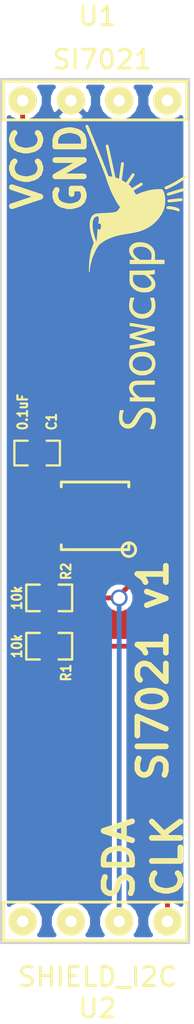
<source format=kicad_pcb>
(kicad_pcb (version 3) (host pcbnew "(22-Jun-2014 BZR 4027)-stable")

  (general
    (links 10)
    (no_connects 0)
    (area 130.803143 56.956 145.635713 110.811)
    (thickness 1.6)
    (drawings 10)
    (tracks 35)
    (zones 0)
    (modules 6)
    (nets 5)
  )

  (page A3)
  (layers
    (15 F.Cu signal)
    (0 B.Cu signal)
    (16 B.Adhes user)
    (17 F.Adhes user)
    (18 B.Paste user)
    (19 F.Paste user)
    (20 B.SilkS user)
    (21 F.SilkS user)
    (22 B.Mask user)
    (23 F.Mask user)
    (24 Dwgs.User user)
    (25 Cmts.User user)
    (26 Eco1.User user)
    (27 Eco2.User user)
    (28 Edge.Cuts user)
  )

  (setup
    (last_trace_width 0.254)
    (user_trace_width 0.2032)
    (trace_clearance 0.254)
    (zone_clearance 0.254)
    (zone_45_only no)
    (trace_min 0.2032)
    (segment_width 0.2)
    (edge_width 0.1)
    (via_size 0.889)
    (via_drill 0.635)
    (via_min_size 0.889)
    (via_min_drill 0.508)
    (uvia_size 0.508)
    (uvia_drill 0.127)
    (uvias_allowed no)
    (uvia_min_size 0.508)
    (uvia_min_drill 0.127)
    (pcb_text_width 0.3)
    (pcb_text_size 1.5 1.5)
    (mod_edge_width 0.15)
    (mod_text_size 1 1)
    (mod_text_width 0.15)
    (pad_size 1.6 2.5)
    (pad_drill 0)
    (pad_to_mask_clearance 0)
    (aux_axis_origin 0 0)
    (visible_elements FFFFFFBF)
    (pcbplotparams
      (layerselection 284196865)
      (usegerberextensions true)
      (excludeedgelayer true)
      (linewidth 0.150000)
      (plotframeref false)
      (viasonmask false)
      (mode 1)
      (useauxorigin false)
      (hpglpennumber 1)
      (hpglpenspeed 20)
      (hpglpendiameter 15)
      (hpglpenoverlay 2)
      (psnegative false)
      (psa4output false)
      (plotreference true)
      (plotvalue true)
      (plotothertext false)
      (plotinvisibletext false)
      (padsonsilk false)
      (subtractmaskfromsilk false)
      (outputformat 1)
      (mirror false)
      (drillshape 0)
      (scaleselection 1)
      (outputdirectory gerbers/))
  )

  (net 0 "")
  (net 1 GND)
  (net 2 N-000007)
  (net 3 N-000008)
  (net 4 VCC)

  (net_class Default "This is the default net class."
    (clearance 0.254)
    (trace_width 0.254)
    (via_dia 0.889)
    (via_drill 0.635)
    (uvia_dia 0.508)
    (uvia_drill 0.127)
    (add_net "")
    (add_net GND)
    (add_net N-000007)
    (add_net N-000008)
    (add_net VCC)
  )

  (module SM0603_Resistor (layer F.Cu) (tedit 562CD349) (tstamp 56238F22)
    (at 134.239 90.932)
    (path /56238BCC)
    (attr smd)
    (fp_text reference R1 (at 0.889 1.397 90) (layer F.SilkS)
      (effects (font (size 0.50038 0.4572) (thickness 0.1143)))
    )
    (fp_text value 10k (at -1.69926 0 90) (layer F.SilkS)
      (effects (font (size 0.508 0.4572) (thickness 0.1143)))
    )
    (fp_line (start -0.50038 -0.6985) (end -1.2065 -0.6985) (layer F.SilkS) (width 0.127))
    (fp_line (start -1.2065 -0.6985) (end -1.2065 0.6985) (layer F.SilkS) (width 0.127))
    (fp_line (start -1.2065 0.6985) (end -0.50038 0.6985) (layer F.SilkS) (width 0.127))
    (fp_line (start 1.2065 -0.6985) (end 0.50038 -0.6985) (layer F.SilkS) (width 0.127))
    (fp_line (start 1.2065 -0.6985) (end 1.2065 0.6985) (layer F.SilkS) (width 0.127))
    (fp_line (start 1.2065 0.6985) (end 0.50038 0.6985) (layer F.SilkS) (width 0.127))
    (pad 1 smd rect (at -0.762 0) (size 0.635 1.143)
      (layers F.Cu F.Paste F.Mask)
      (net 4 VCC)
    )
    (pad 2 smd rect (at 0.762 0) (size 0.635 1.143)
      (layers F.Cu F.Paste F.Mask)
      (net 2 N-000007)
    )
    (model smd\resistors\R0603.wrl
      (at (xyz 0 0 0.001))
      (scale (xyz 0.5 0.5 0.5))
      (rotate (xyz 0 0 0))
    )
  )

  (module SHIELD_I2C (layer F.Cu) (tedit 562CD40D) (tstamp 56238F5E)
    (at 136.652 83.82)
    (path /5623890D)
    (fp_text reference U1 (at 0.127 -26.035) (layer F.SilkS)
      (effects (font (size 1 1) (thickness 0.15)))
    )
    (fp_text value SHIELD_I2C (at 0.127 24.511) (layer F.SilkS)
      (effects (font (size 1 1) (thickness 0.15)))
    )
    (fp_line (start -4.826 20.574) (end 4.826 20.574) (layer F.SilkS) (width 0.15))
    (fp_line (start 4.826 20.574) (end 4.826 22.606) (layer F.SilkS) (width 0.15))
    (fp_line (start 4.826 22.606) (end -4.826 22.606) (layer F.SilkS) (width 0.15))
    (fp_line (start -4.826 22.606) (end -4.826 20.574) (layer F.SilkS) (width 0.15))
    (fp_line (start -4.826 -22.606) (end 4.826 -22.606) (layer F.SilkS) (width 0.15))
    (fp_line (start 4.826 -22.606) (end 4.826 -20.574) (layer F.SilkS) (width 0.15))
    (fp_line (start 4.826 -20.574) (end -4.826 -20.574) (layer F.SilkS) (width 0.15))
    (fp_line (start -4.826 -20.574) (end -4.826 -22.606) (layer F.SilkS) (width 0.15))
    (pad 1 thru_hole circle (at -3.81 -21.59) (size 1.5 1.5) (drill 0.6)
      (layers *.Cu *.Mask F.SilkS)
      (net 4 VCC)
    )
    (pad 2 thru_hole circle (at -1.27 -21.59) (size 1.5 1.5) (drill 0.6)
      (layers *.Cu *.Mask F.SilkS)
      (net 1 GND)
    )
    (pad 3 thru_hole circle (at 1.27 -21.59) (size 1.5 1.5) (drill 0.6)
      (layers *.Cu *.Mask F.SilkS)
    )
    (pad 4 thru_hole circle (at 3.81 -21.59) (size 1.5 1.5) (drill 0.6)
      (layers *.Cu *.Mask F.SilkS)
    )
    (pad 5 thru_hole circle (at -3.81 21.59) (size 1.5 1.5) (drill 0.6)
      (layers *.Cu *.Mask F.SilkS)
    )
    (pad 6 thru_hole circle (at -1.27 21.59) (size 1.5 1.5) (drill 0.6)
      (layers *.Cu *.Mask F.SilkS)
    )
    (pad 7 thru_hole circle (at 1.27 21.59) (size 1.5 1.5) (drill 0.6)
      (layers *.Cu *.Mask F.SilkS)
      (net 3 N-000008)
    )
    (pad 8 thru_hole circle (at 3.81 21.59) (size 1.5 1.5) (drill 0.6)
      (layers *.Cu *.Mask F.SilkS)
      (net 2 N-000007)
    )
  )

  (module SI7021 (layer F.Cu) (tedit 562CD40B) (tstamp 56238F4A)
    (at 136.652 84.074 180)
    (path /56238BBD)
    (clearance 0.1)
    (fp_text reference U2 (at -0.127 -25.908 180) (layer F.SilkS)
      (effects (font (size 1 1) (thickness 0.15)))
    )
    (fp_text value SI7021 (at -0.381 24.003 180) (layer F.SilkS)
      (effects (font (size 1 1) (thickness 0.15)))
    )
    (fp_circle (center -1.778 -1.778) (end -2.032 -2.032) (layer F.SilkS) (width 0.15))
    (fp_line (start -1.778 1.524) (end -1.778 1.778) (layer F.SilkS) (width 0.15))
    (fp_line (start -1.778 1.778) (end 1.778 1.778) (layer F.SilkS) (width 0.15))
    (fp_line (start 1.778 1.778) (end 1.778 1.524) (layer F.SilkS) (width 0.15))
    (fp_line (start -1.778 -1.524) (end -1.778 -1.778) (layer F.SilkS) (width 0.15))
    (fp_line (start -1.778 -1.778) (end 1.778 -1.778) (layer F.SilkS) (width 0.15))
    (fp_line (start 1.778 -1.778) (end 1.778 -1.524) (layer F.SilkS) (width 0.15))
    (pad 1 smd rect (at -1.95 -1 180) (size 1.85 0.45)
      (layers F.Cu F.Paste F.Mask)
      (net 3 N-000008)
    )
    (pad 2 smd rect (at -1.95 0 180) (size 1.85 0.45)
      (layers F.Cu F.Paste F.Mask)
      (net 1 GND)
    )
    (pad 3 smd rect (at -1.95 1 180) (size 1.85 0.45)
      (layers F.Cu F.Paste F.Mask)
    )
    (pad 4 smd rect (at 1.95 1 180) (size 1.85 0.45)
      (layers F.Cu F.Paste F.Mask)
    )
    (pad 5 smd rect (at 1.95 0 180) (size 1.85 0.45)
      (layers F.Cu F.Paste F.Mask)
      (net 4 VCC)
    )
    (pad 6 smd rect (at 1.95 -1 180) (size 1.85 0.45)
      (layers F.Cu F.Paste F.Mask)
      (net 2 N-000007)
    )
    (pad 7 smd rect (at 0 0 180) (size 1.6 2.5)
      (layers F.Cu F.Paste F.Mask)
    )
  )

  (module SM0603_Resistor (layer F.Cu) (tedit 562CD346) (tstamp 562CD306)
    (at 134.239 88.392)
    (path /56238BDB)
    (attr smd)
    (fp_text reference R2 (at 0.889 -1.397 90) (layer F.SilkS)
      (effects (font (size 0.50038 0.4572) (thickness 0.1143)))
    )
    (fp_text value 10k (at -1.69926 0 90) (layer F.SilkS)
      (effects (font (size 0.508 0.4572) (thickness 0.1143)))
    )
    (fp_line (start -0.50038 -0.6985) (end -1.2065 -0.6985) (layer F.SilkS) (width 0.127))
    (fp_line (start -1.2065 -0.6985) (end -1.2065 0.6985) (layer F.SilkS) (width 0.127))
    (fp_line (start -1.2065 0.6985) (end -0.50038 0.6985) (layer F.SilkS) (width 0.127))
    (fp_line (start 1.2065 -0.6985) (end 0.50038 -0.6985) (layer F.SilkS) (width 0.127))
    (fp_line (start 1.2065 -0.6985) (end 1.2065 0.6985) (layer F.SilkS) (width 0.127))
    (fp_line (start 1.2065 0.6985) (end 0.50038 0.6985) (layer F.SilkS) (width 0.127))
    (pad 1 smd rect (at -0.762 0) (size 0.635 1.143)
      (layers F.Cu F.Paste F.Mask)
      (net 4 VCC)
    )
    (pad 2 smd rect (at 0.762 0) (size 0.635 1.143)
      (layers F.Cu F.Paste F.Mask)
      (net 3 N-000008)
    )
    (model smd\resistors\R0603.wrl
      (at (xyz 0 0 0.001))
      (scale (xyz 0.5 0.5 0.5))
      (rotate (xyz 0 0 0))
    )
  )

  (module SM0603_Capa (layer F.Cu) (tedit 562CD4CC) (tstamp 562CD312)
    (at 133.604 80.772)
    (path /56238BF4)
    (attr smd)
    (fp_text reference C1 (at 0.762 -1.651 90) (layer F.SilkS)
      (effects (font (size 0.508 0.4572) (thickness 0.1143)))
    )
    (fp_text value 0.1uF (at -0.762 -2.159 90) (layer F.SilkS)
      (effects (font (size 0.508 0.4572) (thickness 0.1143)))
    )
    (fp_line (start 0.50038 0.65024) (end 1.19888 0.65024) (layer F.SilkS) (width 0.11938))
    (fp_line (start -0.50038 0.65024) (end -1.19888 0.65024) (layer F.SilkS) (width 0.11938))
    (fp_line (start 0.50038 -0.65024) (end 1.19888 -0.65024) (layer F.SilkS) (width 0.11938))
    (fp_line (start -1.19888 -0.65024) (end -0.50038 -0.65024) (layer F.SilkS) (width 0.11938))
    (fp_line (start 1.19888 -0.635) (end 1.19888 0.635) (layer F.SilkS) (width 0.11938))
    (fp_line (start -1.19888 0.635) (end -1.19888 -0.635) (layer F.SilkS) (width 0.11938))
    (pad 1 smd rect (at -0.762 0) (size 0.635 1.143)
      (layers F.Cu F.Paste F.Mask)
      (net 4 VCC)
    )
    (pad 2 smd rect (at 0.762 0) (size 0.635 1.143)
      (layers F.Cu F.Paste F.Mask)
      (net 1 GND)
    )
    (model smd\capacitors\C0603.wrl
      (at (xyz 0 0 0.001))
      (scale (xyz 0.5 0.5 0.5))
      (rotate (xyz 0 0 0))
    )
  )

  (module LOGO_SNOWCAP_FRONT (layer F.Cu) (tedit 5493CD74) (tstamp 562CD41C)
    (at 138.811 71.501 90)
    (fp_text reference "" (at 0 0 90) (layer F.SilkS) hide
      (effects (font (size 1.524 1.524) (thickness 0.3048)))
    )
    (fp_text value "" (at 0 0 90) (layer F.SilkS) hide
      (effects (font (size 1.524 1.524) (thickness 0.3048)))
    )
    (fp_poly (pts (xy 5.33908 2.60604) (xy 5.33146 2.62382) (xy 5.31876 2.63906) (xy 5.29844 2.66192)
      (xy 5.27304 2.66954) (xy 5.25272 2.667) (xy 5.23748 2.66446) (xy 5.22224 2.6543)
      (xy 5.207 2.63906) (xy 5.18668 2.6162) (xy 5.16128 2.58318) (xy 5.1308 2.54508)
      (xy 4.99872 2.35204) (xy 4.87426 2.14884) (xy 4.75742 1.93294) (xy 4.66344 1.73482)
      (xy 4.64058 1.68148) (xy 4.6228 1.64338) (xy 4.61264 1.6129) (xy 4.60756 1.59004)
      (xy 4.60502 1.57226) (xy 4.60502 1.55702) (xy 4.6101 1.54178) (xy 4.6101 1.54178)
      (xy 4.62534 1.52146) (xy 4.65074 1.50876) (xy 4.67614 1.50114) (xy 4.69392 1.50114)
      (xy 4.70916 1.50622) (xy 4.72186 1.51638) (xy 4.7371 1.53416) (xy 4.75234 1.55956)
      (xy 4.77012 1.59512) (xy 4.79298 1.64338) (xy 4.79806 1.66116) (xy 4.8641 1.80086)
      (xy 4.93776 1.9431) (xy 5.0165 2.08534) (xy 5.10032 2.2225) (xy 5.18414 2.35204)
      (xy 5.26542 2.46888) (xy 5.27558 2.48412) (xy 5.30606 2.52476) (xy 5.32638 2.55778)
      (xy 5.33654 2.58318) (xy 5.33908 2.60604) (xy 5.33908 2.60604)) (layer F.SilkS) (width 0.00254))
    (fp_poly (pts (xy 4.67614 2.53238) (xy 4.66852 2.56286) (xy 4.65074 2.58572) (xy 4.6228 2.59842)
      (xy 4.59486 2.6035) (xy 4.56438 2.59334) (xy 4.55676 2.5908) (xy 4.54406 2.57556)
      (xy 4.53136 2.5527) (xy 4.52882 2.54254) (xy 4.52374 2.52984) (xy 4.51358 2.5019)
      (xy 4.50088 2.46126) (xy 4.48564 2.413) (xy 4.4704 2.35712) (xy 4.45008 2.29362)
      (xy 4.42976 2.22504) (xy 4.4069 2.15646) (xy 4.38658 2.08534) (xy 4.36372 2.01422)
      (xy 4.3434 1.94818) (xy 4.32562 1.88468) (xy 4.30784 1.8288) (xy 4.29514 1.78054)
      (xy 4.28244 1.74244) (xy 4.27482 1.7145) (xy 4.27228 1.7018) (xy 4.26974 1.67894)
      (xy 4.27482 1.6637) (xy 4.29768 1.63576) (xy 4.32562 1.62052) (xy 4.35356 1.61798)
      (xy 4.3815 1.6256) (xy 4.40436 1.64846) (xy 4.41452 1.6637) (xy 4.42214 1.68148)
      (xy 4.4323 1.71196) (xy 4.445 1.7526) (xy 4.46024 1.8034) (xy 4.47802 1.86436)
      (xy 4.49834 1.92786) (xy 4.5212 1.99644) (xy 4.54152 2.06756) (xy 4.56438 2.13868)
      (xy 4.5847 2.2098) (xy 4.60502 2.27838) (xy 4.6228 2.34188) (xy 4.64058 2.4003)
      (xy 4.65328 2.44856) (xy 4.66344 2.4892) (xy 4.67106 2.51714) (xy 4.67614 2.53238)
      (xy 4.67614 2.53238) (xy 4.67614 2.53238)) (layer F.SilkS) (width 0.00254))
    (fp_poly (pts (xy 4.13004 2.35204) (xy 4.13004 2.3749) (xy 4.13004 2.39014) (xy 4.12496 2.40284)
      (xy 4.12242 2.413) (xy 4.11734 2.41808) (xy 4.10972 2.4257) (xy 4.10718 2.42824)
      (xy 4.0767 2.44602) (xy 4.04876 2.44856) (xy 4.02082 2.43586) (xy 4.01066 2.4257)
      (xy 3.99288 2.40538) (xy 3.98272 2.37998) (xy 3.98272 2.37744) (xy 3.98018 2.3622)
      (xy 3.97764 2.33426) (xy 3.97256 2.29616) (xy 3.96748 2.24536) (xy 3.9624 2.18694)
      (xy 3.95478 2.1209) (xy 3.94716 2.05232) (xy 3.94716 2.03454) (xy 3.937 1.9558)
      (xy 3.93192 1.88976) (xy 3.92684 1.83896) (xy 3.9243 1.79832) (xy 3.92176 1.7653)
      (xy 3.91922 1.74244) (xy 3.91922 1.72466) (xy 3.92176 1.71196) (xy 3.92176 1.70434)
      (xy 3.92684 1.69672) (xy 3.92938 1.6891) (xy 3.9497 1.6637) (xy 3.97764 1.651)
      (xy 4.00812 1.651) (xy 4.03352 1.6637) (xy 4.05384 1.68402) (xy 4.05892 1.69418)
      (xy 4.064 1.7145) (xy 4.06908 1.74752) (xy 4.07416 1.79324) (xy 4.08178 1.85166)
      (xy 4.0894 1.92278) (xy 4.09956 2.00914) (xy 4.09956 2.00914) (xy 4.10972 2.09804)
      (xy 4.11734 2.1717) (xy 4.12242 2.23266) (xy 4.1275 2.28346) (xy 4.13004 2.32156)
      (xy 4.13004 2.35204) (xy 4.13004 2.35204)) (layer F.SilkS) (width 0.00254))
    (fp_poly (pts (xy 3.71348 1.7145) (xy 3.71348 1.75768) (xy 3.7084 1.81356) (xy 3.70078 1.87452)
      (xy 3.69062 1.93802) (xy 3.68046 1.99644) (xy 3.66776 2.04724) (xy 3.66522 2.0574)
      (xy 3.64744 2.11836) (xy 3.62712 2.17424) (xy 3.6068 2.2225) (xy 3.58394 2.25806)
      (xy 3.56362 2.28346) (xy 3.556 2.28854) (xy 3.52552 2.29616) (xy 3.4925 2.29108)
      (xy 3.47218 2.28092) (xy 3.45186 2.2606) (xy 3.44424 2.2352) (xy 3.44932 2.20218)
      (xy 3.46456 2.16154) (xy 3.46964 2.15138) (xy 3.49504 2.08788) (xy 3.5179 2.01168)
      (xy 3.53568 1.92786) (xy 3.55092 1.8288) (xy 3.56108 1.72212) (xy 3.56616 1.68402)
      (xy 3.5687 1.65862) (xy 3.57378 1.64084) (xy 3.57886 1.63068) (xy 3.58902 1.62052)
      (xy 3.58902 1.62052) (xy 3.6195 1.60274) (xy 3.64998 1.60274) (xy 3.68046 1.61544)
      (xy 3.69062 1.6256) (xy 3.70332 1.63576) (xy 3.7084 1.64846) (xy 3.71348 1.66624)
      (xy 3.71348 1.69164) (xy 3.71348 1.7145) (xy 3.71348 1.7145)) (layer F.SilkS) (width 0.00254))
    (fp_poly (pts (xy 7.99592 -2.58572) (xy 7.99084 -2.55778) (xy 7.9756 -2.53238) (xy 7.97306 -2.52984)
      (xy 7.96036 -2.52222) (xy 7.93496 -2.51206) (xy 7.8994 -2.49428) (xy 7.85622 -2.4765)
      (xy 7.8105 -2.45618) (xy 7.7978 -2.4511) (xy 7.76224 -2.43586) (xy 7.71398 -2.41554)
      (xy 7.65556 -2.39268) (xy 7.58444 -2.3622) (xy 7.50824 -2.33172) (xy 7.42696 -2.2987)
      (xy 7.3406 -2.2606) (xy 7.2517 -2.22504) (xy 7.16026 -2.18694) (xy 7.14502 -2.18186)
      (xy 6.96976 -2.11074) (xy 6.79196 -2.03708) (xy 6.60908 -1.96088) (xy 6.4262 -1.88722)
      (xy 6.24586 -1.8161) (xy 6.0706 -1.74498) (xy 5.90042 -1.67894) (xy 5.7404 -1.61544)
      (xy 5.59308 -1.55956) (xy 5.5753 -1.55194) (xy 5.51434 -1.52908) (xy 5.461 -1.50876)
      (xy 5.4102 -1.48844) (xy 5.36956 -1.4732) (xy 5.33654 -1.4605) (xy 5.31622 -1.45288)
      (xy 5.31114 -1.45034) (xy 5.30352 -1.44526) (xy 5.29844 -1.4351) (xy 5.29336 -1.41478)
      (xy 5.28828 -1.38684) (xy 5.28066 -1.34874) (xy 5.27558 -1.31318) (xy 5.27304 -1.2827)
      (xy 5.2705 -1.25984) (xy 5.2705 -1.25222) (xy 5.27812 -1.25476) (xy 5.30098 -1.25984)
      (xy 5.33654 -1.26746) (xy 5.3848 -1.27762) (xy 5.44576 -1.29032) (xy 5.51434 -1.30556)
      (xy 5.59562 -1.3208) (xy 5.68198 -1.34112) (xy 5.7785 -1.36144) (xy 5.8801 -1.3843)
      (xy 5.98678 -1.40716) (xy 6.06044 -1.4224) (xy 6.16966 -1.44526) (xy 6.27634 -1.46812)
      (xy 6.37794 -1.49098) (xy 6.47446 -1.5113) (xy 6.56082 -1.52908) (xy 6.6421 -1.54686)
      (xy 6.71068 -1.55956) (xy 6.77164 -1.57226) (xy 6.8199 -1.58242) (xy 6.85546 -1.59004)
      (xy 6.87578 -1.59258) (xy 6.88086 -1.59258) (xy 6.91642 -1.5875) (xy 6.93928 -1.56718)
      (xy 6.95452 -1.54178) (xy 6.95706 -1.52146) (xy 6.95198 -1.49098) (xy 6.9342 -1.46812)
      (xy 6.91642 -1.45796) (xy 6.90626 -1.45288) (xy 6.88086 -1.4478) (xy 6.84276 -1.43764)
      (xy 6.79196 -1.42748) (xy 6.72846 -1.41224) (xy 6.65734 -1.397) (xy 6.57352 -1.37668)
      (xy 6.48208 -1.35636) (xy 6.38556 -1.33604) (xy 6.28142 -1.31318) (xy 6.1722 -1.29032)
      (xy 6.06044 -1.26492) (xy 5.22732 -1.08458) (xy 5.19938 -1.00584) (xy 5.18414 -0.96266)
      (xy 5.17398 -0.93218) (xy 5.16636 -0.9144) (xy 5.16382 -0.90424) (xy 5.16636 -0.89916)
      (xy 5.1689 -0.89662) (xy 5.17144 -0.89662) (xy 5.18414 -0.89662) (xy 5.21208 -0.89154)
      (xy 5.25018 -0.88646) (xy 5.29844 -0.88138) (xy 5.35686 -0.87376) (xy 5.42036 -0.86614)
      (xy 5.4864 -0.85598) (xy 5.55752 -0.84582) (xy 5.62864 -0.8382) (xy 5.69722 -0.82804)
      (xy 5.76326 -0.81788) (xy 5.82422 -0.81026) (xy 5.8801 -0.8001) (xy 5.92582 -0.79502)
      (xy 5.95884 -0.78994) (xy 5.9817 -0.78486) (xy 5.99186 -0.78232) (xy 6.01726 -0.76454)
      (xy 6.0325 -0.7366) (xy 6.03504 -0.70358) (xy 6.02234 -0.67056) (xy 5.99948 -0.65024)
      (xy 5.969 -0.64008) (xy 5.96392 -0.64008) (xy 5.95122 -0.64262) (xy 5.92328 -0.64516)
      (xy 5.88264 -0.65024) (xy 5.83184 -0.65532) (xy 5.77088 -0.66294) (xy 5.7023 -0.6731)
      (xy 5.62864 -0.68072) (xy 5.54736 -0.69342) (xy 5.5118 -0.69596) (xy 5.43052 -0.70866)
      (xy 5.35686 -0.71628) (xy 5.28574 -0.72644) (xy 5.22478 -0.73406) (xy 5.17398 -0.73914)
      (xy 5.1308 -0.74422) (xy 5.10286 -0.74676) (xy 5.08762 -0.74676) (xy 5.08508 -0.74676)
      (xy 5.08 -0.73914) (xy 5.06984 -0.71882) (xy 5.05206 -0.68834) (xy 5.03174 -0.65278)
      (xy 5.01904 -0.63246) (xy 4.95808 -0.52578) (xy 5.19176 -0.37084) (xy 5.2451 -0.33274)
      (xy 5.2959 -0.29718) (xy 5.34162 -0.2667) (xy 5.38226 -0.23876) (xy 5.4102 -0.2159)
      (xy 5.43052 -0.20066) (xy 5.43814 -0.19304) (xy 5.45084 -0.16256) (xy 5.4483 -0.13208)
      (xy 5.42798 -0.10414) (xy 5.42798 -0.10414) (xy 5.41782 -0.09144) (xy 5.40512 -0.08382)
      (xy 5.39242 -0.08128) (xy 5.37718 -0.08128) (xy 5.3594 -0.08636) (xy 5.33654 -0.09652)
      (xy 5.30606 -0.11176) (xy 5.26796 -0.13462) (xy 5.2197 -0.1651) (xy 5.16128 -0.2032)
      (xy 5.11302 -0.23622) (xy 5.05714 -0.27178) (xy 5.00634 -0.3048) (xy 4.96316 -0.33528)
      (xy 4.92506 -0.35814) (xy 4.89458 -0.37846) (xy 4.8768 -0.38862) (xy 4.87172 -0.39116)
      (xy 4.8641 -0.38608) (xy 4.84886 -0.37084) (xy 4.826 -0.35052) (xy 4.81584 -0.33782)
      (xy 4.79044 -0.31242) (xy 4.7625 -0.28702) (xy 4.72948 -0.25908) (xy 4.70154 -0.23622)
      (xy 4.67868 -0.21844) (xy 4.66852 -0.21082) (xy 4.6736 -0.20574) (xy 4.68376 -0.18542)
      (xy 4.70154 -0.15748) (xy 4.7244 -0.11938) (xy 4.75234 -0.07366) (xy 4.78282 -0.02286)
      (xy 4.80822 0.01778) (xy 4.84886 0.08636) (xy 4.88188 0.14224) (xy 4.90982 0.18796)
      (xy 4.9276 0.22352) (xy 4.9403 0.25146) (xy 4.94792 0.27178) (xy 4.95046 0.28956)
      (xy 4.94792 0.30226) (xy 4.9403 0.31242) (xy 4.93014 0.32512) (xy 4.92506 0.3302)
      (xy 4.89458 0.34798) (xy 4.86664 0.35052) (xy 4.8387 0.33782) (xy 4.82346 0.32512)
      (xy 4.8133 0.31242) (xy 4.79552 0.28702) (xy 4.77266 0.254) (xy 4.74472 0.21082)
      (xy 4.71424 0.16002) (xy 4.68122 0.10668) (xy 4.66852 0.08636) (xy 4.6355 0.03302)
      (xy 4.60756 -0.01524) (xy 4.57962 -0.05588) (xy 4.5593 -0.0889) (xy 4.54406 -0.1143)
      (xy 4.53644 -0.127) (xy 4.5339 -0.127) (xy 4.52628 -0.12446) (xy 4.5085 -0.1143)
      (xy 4.48056 -0.09652) (xy 4.44754 -0.0762) (xy 4.42722 -0.0635) (xy 4.32308 0)
      (xy 4.3434 0.04572) (xy 4.41706 0.22352) (xy 4.48056 0.40894) (xy 4.53644 0.60452)
      (xy 4.5593 0.70104) (xy 4.57708 0.79502) (xy 4.59232 0.89408) (xy 4.60502 0.99568)
      (xy 4.61264 1.09474) (xy 4.61772 1.18872) (xy 4.61772 1.26746) (xy 4.61518 1.35128)
      (xy 4.57962 1.38938) (xy 4.54914 1.41732) (xy 4.51866 1.44018) (xy 4.4831 1.45796)
      (xy 4.43992 1.4732) (xy 4.38658 1.48844) (xy 4.28752 1.5113) (xy 4.19608 1.52654)
      (xy 4.10718 1.53416) (xy 4.01066 1.5367) (xy 3.90906 1.52908) (xy 3.8862 1.52908)
      (xy 3.80746 1.52146) (xy 3.74142 1.5113) (xy 3.68554 1.50368) (xy 3.63474 1.49098)
      (xy 3.58394 1.47574) (xy 3.53314 1.45796) (xy 3.47472 1.4351) (xy 3.4544 1.42494)
      (xy 3.33248 1.36906) (xy 3.22072 1.30302) (xy 3.1877 1.28016) (xy 3.1877 -2.00406)
      (xy 3.18262 -2.03708) (xy 3.16738 -2.09804) (xy 3.14452 -2.14884) (xy 3.12166 -2.17678)
      (xy 3.0861 -2.20726) (xy 3.03784 -2.23266) (xy 2.9845 -2.25552) (xy 2.92862 -2.27076)
      (xy 2.89052 -2.27838) (xy 2.83972 -2.28092) (xy 2.7813 -2.28346) (xy 2.72034 -2.28346)
      (xy 2.6543 -2.28346) (xy 2.59334 -2.28092) (xy 2.53746 -2.27584) (xy 2.5019 -2.27076)
      (xy 2.43332 -2.25806) (xy 2.35712 -2.24282) (xy 2.2733 -2.2225) (xy 2.18694 -2.1971)
      (xy 2.10058 -2.17424) (xy 2.0193 -2.14884) (xy 1.94818 -2.12344) (xy 1.9304 -2.11582)
      (xy 1.8542 -2.08534) (xy 1.8923 -2.08026) (xy 1.94056 -2.07264) (xy 1.99644 -2.06756)
      (xy 2.06248 -2.05994) (xy 2.13106 -2.05232) (xy 2.20218 -2.0447) (xy 2.27076 -2.03962)
      (xy 2.3368 -2.03454) (xy 2.39522 -2.02946) (xy 2.44348 -2.02692) (xy 2.4765 -2.02438)
      (xy 2.47904 -2.02438) (xy 2.54254 -2.02438) (xy 2.5146 -2.00406) (xy 2.4892 -1.97866)
      (xy 2.47904 -1.95326) (xy 2.48158 -1.92532) (xy 2.48412 -1.9177) (xy 2.49936 -1.89484)
      (xy 2.52476 -1.87706) (xy 2.56286 -1.85928) (xy 2.58064 -1.85166) (xy 2.61366 -1.84658)
      (xy 2.6543 -1.84404) (xy 2.69748 -1.84658) (xy 2.73304 -1.85166) (xy 2.76098 -1.86182)
      (xy 2.76352 -1.86182) (xy 2.79146 -1.88722) (xy 2.8067 -1.91262) (xy 2.8067 -1.9431)
      (xy 2.79146 -1.97104) (xy 2.78638 -1.97866) (xy 2.77876 -1.98628) (xy 2.77622 -1.99136)
      (xy 2.77876 -1.99136) (xy 2.794 -1.99136) (xy 2.82194 -1.98628) (xy 2.84988 -1.9812)
      (xy 2.88798 -1.97612) (xy 2.93624 -1.97104) (xy 2.9845 -1.96596) (xy 3.00736 -1.96342)
      (xy 3.048 -1.96088) (xy 3.07594 -1.96088) (xy 3.09372 -1.96342) (xy 3.1115 -1.9685)
      (xy 3.12928 -1.97612) (xy 3.14198 -1.9812) (xy 3.1877 -2.00406) (xy 3.1877 1.28016)
      (xy 3.11404 1.22682) (xy 3.00736 1.14046) (xy 2.93624 1.07442) (xy 2.84988 0.98552)
      (xy 2.77114 0.9017) (xy 2.70256 0.81534) (xy 2.6416 0.72644) (xy 2.58572 0.63246)
      (xy 2.53238 0.53086) (xy 2.48158 0.4191) (xy 2.4384 0.31242) (xy 2.41554 0.254)
      (xy 2.39776 0.20066) (xy 2.37998 0.14478) (xy 2.36474 0.0889) (xy 2.3495 0.02794)
      (xy 2.33426 -0.04064) (xy 2.32156 -0.11684) (xy 2.30632 -0.2032) (xy 2.28854 -0.30226)
      (xy 2.28092 -0.34798) (xy 2.25552 -0.508) (xy 2.23012 -0.65024) (xy 2.20472 -0.78232)
      (xy 2.17932 -0.9017) (xy 2.15138 -1.01346) (xy 2.12344 -1.1176) (xy 2.09042 -1.21412)
      (xy 2.0574 -1.3081) (xy 2.0193 -1.39954) (xy 1.97866 -1.49098) (xy 1.9431 -1.56464)
      (xy 1.92532 -1.59766) (xy 1.89992 -1.64084) (xy 1.86944 -1.6891) (xy 1.83642 -1.73736)
      (xy 1.80086 -1.78816) (xy 1.7653 -1.83642) (xy 1.73228 -1.8796) (xy 1.70434 -1.9177)
      (xy 1.67894 -1.94564) (xy 1.66116 -1.96088) (xy 1.66116 -1.96088) (xy 1.59004 -2.00914)
      (xy 1.50622 -2.05994) (xy 1.41224 -2.11074) (xy 1.31064 -2.16154) (xy 1.2065 -2.2098)
      (xy 1.09982 -2.25298) (xy 0.99822 -2.29362) (xy 0.89916 -2.32664) (xy 0.889 -2.32918)
      (xy 0.79502 -2.35458) (xy 0.71628 -2.37744) (xy 0.64262 -2.39522) (xy 0.57658 -2.40792)
      (xy 0.508 -2.42062) (xy 0.44196 -2.42824) (xy 0.3683 -2.43586) (xy 0.32512 -2.4384)
      (xy 0.28956 -2.44094) (xy 0.2667 -2.44348) (xy 0.254 -2.44856) (xy 0.24892 -2.45364)
      (xy 0.24892 -2.45872) (xy 0.24892 -2.46634) (xy 0.25654 -2.47142) (xy 0.26924 -2.4765)
      (xy 0.28956 -2.47904) (xy 0.3175 -2.48158) (xy 0.35814 -2.48158) (xy 0.40894 -2.47904)
      (xy 0.47498 -2.47904) (xy 0.54864 -2.4765) (xy 0.70866 -2.46888) (xy 0.85344 -2.45872)
      (xy 0.98552 -2.44348) (xy 1.10998 -2.42824) (xy 1.22428 -2.40792) (xy 1.33096 -2.38506)
      (xy 1.4351 -2.35712) (xy 1.53416 -2.3241) (xy 1.63322 -2.286) (xy 1.6764 -2.26822)
      (xy 1.7145 -2.25298) (xy 1.74752 -2.24028) (xy 1.77292 -2.23012) (xy 1.7907 -2.22758)
      (xy 1.7907 -2.22758) (xy 1.8034 -2.23266) (xy 1.8288 -2.24282) (xy 1.85928 -2.25298)
      (xy 1.8796 -2.2606) (xy 1.94564 -2.286) (xy 2.02438 -2.3114) (xy 2.11074 -2.3368)
      (xy 2.19964 -2.35966) (xy 2.286 -2.38252) (xy 2.36728 -2.40284) (xy 2.44094 -2.41554)
      (xy 2.47396 -2.42062) (xy 2.54 -2.43078) (xy 2.6162 -2.43586) (xy 2.6924 -2.4384)
      (xy 2.76606 -2.44094) (xy 2.8321 -2.4384) (xy 2.8702 -2.43332) (xy 2.9718 -2.41808)
      (xy 3.0607 -2.39014) (xy 3.13944 -2.35458) (xy 3.20294 -2.3114) (xy 3.25628 -2.25806)
      (xy 3.29438 -2.1971) (xy 3.30708 -2.16916) (xy 3.3147 -2.14376) (xy 3.32232 -2.11582)
      (xy 3.32994 -2.0828) (xy 3.33502 -2.04216) (xy 3.3401 -1.9939) (xy 3.34518 -1.93802)
      (xy 3.35026 -1.86944) (xy 3.3528 -1.78816) (xy 3.35788 -1.69418) (xy 3.35788 -1.6764)
      (xy 3.36296 -1.5621) (xy 3.36804 -1.4605) (xy 3.37312 -1.37414) (xy 3.38074 -1.29794)
      (xy 3.38836 -1.23444) (xy 3.39598 -1.17856) (xy 3.40614 -1.1303) (xy 3.4163 -1.0922)
      (xy 3.42646 -1.05664) (xy 3.4417 -1.02616) (xy 3.4417 -1.02616) (xy 3.44932 -1.01092)
      (xy 3.45694 -1.00076) (xy 3.46964 -0.98552) (xy 3.48742 -0.97028) (xy 3.51028 -0.9525)
      (xy 3.5433 -0.92456) (xy 3.57632 -0.9017) (xy 3.6576 -0.8382) (xy 3.70586 -0.87376)
      (xy 3.7592 -0.9144) (xy 3.82524 -0.95758) (xy 3.90144 -1.00584) (xy 3.9878 -1.05664)
      (xy 4.08178 -1.10998) (xy 4.1783 -1.16078) (xy 4.27482 -1.21158) (xy 4.37388 -1.25984)
      (xy 4.4704 -1.30556) (xy 4.53136 -1.33096) (xy 4.59994 -1.36144) (xy 4.67868 -1.39192)
      (xy 4.75996 -1.42494) (xy 4.84378 -1.45542) (xy 4.9276 -1.48844) (xy 5.00888 -1.51638)
      (xy 5.08254 -1.54178) (xy 5.14858 -1.56464) (xy 5.20192 -1.57988) (xy 5.20446 -1.57988)
      (xy 5.24002 -1.59258) (xy 5.28828 -1.60782) (xy 5.35178 -1.63068) (xy 5.42798 -1.66116)
      (xy 5.51688 -1.69418) (xy 5.61848 -1.73228) (xy 5.73024 -1.77546) (xy 5.85216 -1.82372)
      (xy 5.98424 -1.87706) (xy 6.12648 -1.93294) (xy 6.27634 -1.9939) (xy 6.43636 -2.0574)
      (xy 6.604 -2.12598) (xy 6.77672 -2.1971) (xy 6.95706 -2.27076) (xy 7.14502 -2.34696)
      (xy 7.33552 -2.4257) (xy 7.53364 -2.50698) (xy 7.70128 -2.5781) (xy 7.76224 -2.6035)
      (xy 7.81304 -2.62382) (xy 7.85114 -2.63906) (xy 7.87908 -2.64922) (xy 7.90194 -2.65684)
      (xy 7.91718 -2.65938) (xy 7.92734 -2.66192) (xy 7.9375 -2.65938) (xy 7.94766 -2.65684)
      (xy 7.9502 -2.65684) (xy 7.9756 -2.6416) (xy 7.99084 -2.6162) (xy 7.99592 -2.58572)
      (xy 7.99592 -2.58572)) (layer F.SilkS) (width 0.00254))
    (fp_poly (pts (xy 1.82118 0.20066) (xy 1.8161 0.31242) (xy 1.80086 0.41402) (xy 1.778 0.508)
      (xy 1.74244 0.5969) (xy 1.73228 0.61976) (xy 1.6764 0.71628) (xy 1.61036 0.8001)
      (xy 1.58242 0.82804) (xy 1.58242 0.27178) (xy 1.58242 0.18288) (xy 1.57226 0.1016)
      (xy 1.55448 0.02794) (xy 1.52654 -0.03302) (xy 1.49352 -0.08382) (xy 1.45288 -0.12192)
      (xy 1.40462 -0.14732) (xy 1.35636 -0.15748) (xy 1.30302 -0.15494) (xy 1.24714 -0.13716)
      (xy 1.18872 -0.10668) (xy 1.12776 -0.06604) (xy 1.06934 -0.0127) (xy 1.01092 0.0508)
      (xy 0.95504 0.12446) (xy 0.94742 0.13716) (xy 0.89662 0.21336) (xy 0.89662 0.50292)
      (xy 0.89662 0.78994) (xy 0.95758 0.80264) (xy 1.00838 0.81026) (xy 1.06426 0.81534)
      (xy 1.12014 0.81534) (xy 1.17094 0.8128) (xy 1.21158 0.80772) (xy 1.22428 0.80518)
      (xy 1.28016 0.7874) (xy 1.32842 0.762) (xy 1.37668 0.72644) (xy 1.4224 0.6858)
      (xy 1.4732 0.62484) (xy 1.51638 0.56134) (xy 1.54686 0.49022) (xy 1.56718 0.40894)
      (xy 1.57988 0.3175) (xy 1.58242 0.27178) (xy 1.58242 0.82804) (xy 1.53924 0.86868)
      (xy 1.4605 0.92202) (xy 1.37414 0.9652) (xy 1.28016 0.9906) (xy 1.27 0.99314)
      (xy 1.24206 0.99568) (xy 1.20396 0.99822) (xy 1.1557 0.99822) (xy 1.1049 0.99822)
      (xy 1.05156 0.99822) (xy 1.0033 0.99568) (xy 0.96012 0.99314) (xy 0.92964 0.98806)
      (xy 0.91948 0.98806) (xy 0.89662 0.98298) (xy 0.89662 1.23952) (xy 0.89662 1.49606)
      (xy 0.78486 1.49606) (xy 0.6731 1.49606) (xy 0.6731 0.57912) (xy 0.6731 -0.33782)
      (xy 0.78232 -0.33528) (xy 0.89154 -0.33274) (xy 0.89408 -0.1905) (xy 0.89662 -0.04826)
      (xy 0.94742 -0.1143) (xy 1.016 -0.19304) (xy 1.09474 -0.25908) (xy 1.17602 -0.30734)
      (xy 1.23698 -0.33528) (xy 1.29286 -0.3556) (xy 1.3462 -0.36576) (xy 1.40208 -0.36576)
      (xy 1.41986 -0.36576) (xy 1.4859 -0.35814) (xy 1.54432 -0.33528) (xy 1.60274 -0.30226)
      (xy 1.66116 -0.254) (xy 1.6637 -0.25146) (xy 1.69672 -0.22098) (xy 1.71958 -0.1905)
      (xy 1.74244 -0.15494) (xy 1.75768 -0.12446) (xy 1.78054 -0.06858) (xy 1.79832 -0.01524)
      (xy 1.81102 0.04318) (xy 1.81864 0.10922) (xy 1.82118 0.18796) (xy 1.82118 0.20066)
      (xy 1.82118 0.20066)) (layer F.SilkS) (width 0.00254))
    (fp_poly (pts (xy -6.89102 0.50292) (xy -6.89356 0.58674) (xy -6.91134 0.66802) (xy -6.93674 0.74168)
      (xy -6.97992 0.81534) (xy -7.03834 0.87884) (xy -7.10438 0.93472) (xy -7.18312 0.9779)
      (xy -7.27456 1.00838) (xy -7.32028 1.02108) (xy -7.36092 1.02616) (xy -7.41426 1.03124)
      (xy -7.47268 1.03632) (xy -7.53364 1.03632) (xy -7.59206 1.03632) (xy -7.64286 1.03632)
      (xy -7.68096 1.03124) (xy -7.74954 1.02108) (xy -7.82574 1.0033) (xy -7.90448 0.98044)
      (xy -7.93496 0.97028) (xy -8.001 0.94742) (xy -8.00354 0.83312) (xy -8.00608 0.72136)
      (xy -7.93242 0.75438) (xy -7.85114 0.78486) (xy -7.76224 0.8128) (xy -7.67588 0.83312)
      (xy -7.5946 0.84836) (xy -7.5184 0.85598) (xy -7.49808 0.85598) (xy -7.43712 0.8509)
      (xy -7.37362 0.8382) (xy -7.3152 0.82042) (xy -7.26186 0.79502) (xy -7.22122 0.76708)
      (xy -7.21614 0.762) (xy -7.1755 0.71628) (xy -7.14756 0.6604) (xy -7.12978 0.59944)
      (xy -7.12724 0.53848) (xy -7.12724 0.5334) (xy -7.13486 0.49276) (xy -7.14756 0.45212)
      (xy -7.16788 0.41402) (xy -7.19328 0.37592) (xy -7.23138 0.34036) (xy -7.2771 0.29972)
      (xy -7.33298 0.25908) (xy -7.40156 0.21336) (xy -7.48538 0.16256) (xy -7.54634 0.127)
      (xy -7.61238 0.0889) (xy -7.66572 0.05588) (xy -7.71144 0.02794) (xy -7.747 0.00254)
      (xy -7.78002 -0.02032) (xy -7.80796 -0.04572) (xy -7.8359 -0.07112) (xy -7.83844 -0.0762)
      (xy -7.8994 -0.14478) (xy -7.94258 -0.21844) (xy -7.97052 -0.29718) (xy -7.98322 -0.37846)
      (xy -7.98322 -0.41148) (xy -7.97814 -0.50038) (xy -7.95782 -0.57912) (xy -7.92734 -0.65024)
      (xy -7.88162 -0.71628) (xy -7.85114 -0.74676) (xy -7.7978 -0.79248) (xy -7.74446 -0.83058)
      (xy -7.68096 -0.85852) (xy -7.61238 -0.87884) (xy -7.52856 -0.89154) (xy -7.48538 -0.89662)
      (xy -7.42188 -0.9017) (xy -7.35076 -0.89916) (xy -7.2771 -0.89408) (xy -7.20344 -0.88646)
      (xy -7.13486 -0.8763) (xy -7.07644 -0.8636) (xy -7.0358 -0.84836) (xy -7.01294 -0.84074)
      (xy -7.01294 -0.74676) (xy -7.01294 -0.70866) (xy -7.01294 -0.67818) (xy -7.01548 -0.65532)
      (xy -7.01548 -0.6477) (xy -7.02564 -0.6477) (xy -7.04596 -0.65278) (xy -7.0739 -0.6604)
      (xy -7.08914 -0.66548) (xy -7.19328 -0.69342) (xy -7.3025 -0.7112) (xy -7.36092 -0.71628)
      (xy -7.44982 -0.71628) (xy -7.52602 -0.70358) (xy -7.5946 -0.67818) (xy -7.65302 -0.63754)
      (xy -7.67588 -0.61976) (xy -7.7089 -0.58166) (xy -7.72922 -0.54102) (xy -7.74192 -0.4953)
      (xy -7.74446 -0.43942) (xy -7.74446 -0.40386) (xy -7.73938 -0.3683) (xy -7.72922 -0.33782)
      (xy -7.71398 -0.30734) (xy -7.69366 -0.27686) (xy -7.66572 -0.24638) (xy -7.62762 -0.2159)
      (xy -7.57936 -0.18034) (xy -7.52094 -0.1397) (xy -7.45236 -0.09652) (xy -7.36854 -0.04572)
      (xy -7.34568 -0.03302) (xy -7.26694 0.01524) (xy -7.20344 0.05334) (xy -7.1501 0.0889)
      (xy -7.10692 0.12192) (xy -7.06882 0.14986) (xy -7.03834 0.1778) (xy -7.01294 0.20574)
      (xy -6.99008 0.23368) (xy -6.96722 0.2667) (xy -6.96214 0.27432) (xy -6.92658 0.34544)
      (xy -6.90118 0.42164) (xy -6.89102 0.50292) (xy -6.89102 0.50292)) (layer F.SilkS) (width 0.00254))
    (fp_poly (pts (xy -3.9497 0.381) (xy -3.95478 0.45466) (xy -3.96494 0.52324) (xy -3.98018 0.5842)
      (xy -4.00304 0.64516) (xy -4.0513 0.7366) (xy -4.10972 0.81788) (xy -4.1783 0.88392)
      (xy -4.18338 0.889) (xy -4.18338 0.31242) (xy -4.18846 0.21844) (xy -4.2037 0.13208)
      (xy -4.2291 0.0508) (xy -4.26466 -0.01778) (xy -4.3053 -0.07112) (xy -4.3561 -0.11938)
      (xy -4.40944 -0.1524) (xy -4.47294 -0.17526) (xy -4.54152 -0.18288) (xy -4.58724 -0.18288)
      (xy -4.62534 -0.18034) (xy -4.65582 -0.17526) (xy -4.68122 -0.17018) (xy -4.7117 -0.15748)
      (xy -4.71678 -0.15494) (xy -4.78028 -0.11684) (xy -4.83362 -0.06604) (xy -4.8768 -0.00254)
      (xy -4.91236 0.0762) (xy -4.92506 0.11684) (xy -4.93268 0.14224) (xy -4.93776 0.1651)
      (xy -4.9403 0.1905) (xy -4.94284 0.22352) (xy -4.94284 0.26162) (xy -4.94284 0.31496)
      (xy -4.94284 0.32512) (xy -4.94284 0.38862) (xy -4.9403 0.44196) (xy -4.93522 0.48768)
      (xy -4.9276 0.52578) (xy -4.9149 0.56388) (xy -4.89966 0.60198) (xy -4.88696 0.63246)
      (xy -4.84378 0.6985) (xy -4.79552 0.75438) (xy -4.7371 0.79502) (xy -4.67106 0.82296)
      (xy -4.59994 0.83566) (xy -4.52374 0.83566) (xy -4.50342 0.83312) (xy -4.43484 0.8128)
      (xy -4.37134 0.77978) (xy -4.31546 0.73406) (xy -4.26974 0.67564) (xy -4.23418 0.60706)
      (xy -4.20624 0.52324) (xy -4.18846 0.4318) (xy -4.18592 0.40894) (xy -4.18338 0.31242)
      (xy -4.18338 0.889) (xy -4.2545 0.9398) (xy -4.33832 0.98044) (xy -4.42976 1.00838)
      (xy -4.52628 1.02108) (xy -4.62026 1.01854) (xy -4.71678 1.0033) (xy -4.80568 0.97536)
      (xy -4.8895 0.93218) (xy -4.96316 0.8763) (xy -5.0292 0.81026) (xy -5.08508 0.73152)
      (xy -5.12826 0.64008) (xy -5.16128 0.54356) (xy -5.1689 0.51562) (xy -5.17398 0.48768)
      (xy -5.17906 0.45974) (xy -5.1816 0.42672) (xy -5.1816 0.38862) (xy -5.1816 0.33528)
      (xy -5.1816 0.32766) (xy -5.1816 0.27432) (xy -5.1816 0.23114) (xy -5.17906 0.19558)
      (xy -5.17652 0.16764) (xy -5.17144 0.1397) (xy -5.16636 0.11684) (xy -5.13334 0.02286)
      (xy -5.09016 -0.06604) (xy -5.03682 -0.14732) (xy -4.97332 -0.2159) (xy -4.90474 -0.27432)
      (xy -4.8895 -0.28448) (xy -4.82346 -0.32004) (xy -4.75234 -0.34544) (xy -4.67614 -0.36068)
      (xy -4.58978 -0.3683) (xy -4.53644 -0.36576) (xy -4.45516 -0.36068) (xy -4.38658 -0.34798)
      (xy -4.32308 -0.32766) (xy -4.26466 -0.29718) (xy -4.25196 -0.28956) (xy -4.191 -0.24638)
      (xy -4.13004 -0.1905) (xy -4.0767 -0.12446) (xy -4.03098 -0.05588) (xy -4.0005 0.0127)
      (xy -3.98272 0.06096) (xy -3.97002 0.1016) (xy -3.95986 0.14224) (xy -3.95478 0.18288)
      (xy -3.95224 0.23368) (xy -3.9497 0.29464) (xy -3.9497 0.29718) (xy -3.9497 0.381)
      (xy -3.9497 0.381)) (layer F.SilkS) (width 0.00254))
    (fp_poly (pts (xy -1.09728 0.94488) (xy -1.1176 0.9525) (xy -1.13284 0.95758) (xy -1.16078 0.9652)
      (xy -1.19634 0.97536) (xy -1.21412 0.98044) (xy -1.33096 1.0033) (xy -1.44272 1.016)
      (xy -1.5494 1.01854) (xy -1.60274 1.016) (xy -1.67386 1.0033) (xy -1.75006 0.98298)
      (xy -1.82118 0.95504) (xy -1.87452 0.9271) (xy -1.94564 0.87884) (xy -2.00914 0.81788)
      (xy -2.06756 0.7493) (xy -2.11582 0.67564) (xy -2.12344 0.6604) (xy -2.159 0.57404)
      (xy -2.18186 0.48006) (xy -2.19456 0.38354) (xy -2.19456 0.28448) (xy -2.1844 0.18796)
      (xy -2.16408 0.09398) (xy -2.13106 0.01016) (xy -2.12852 0.00508) (xy -2.07772 -0.08128)
      (xy -2.01422 -0.15748) (xy -1.9431 -0.22606) (xy -1.86182 -0.28194) (xy -1.778 -0.32512)
      (xy -1.69926 -0.34798) (xy -1.61036 -0.36322) (xy -1.5113 -0.3683) (xy -1.40716 -0.36068)
      (xy -1.29794 -0.34544) (xy -1.18618 -0.32004) (xy -1.1557 -0.31242) (xy -1.09728 -0.29464)
      (xy -1.09728 -0.1905) (xy -1.09728 -0.14732) (xy -1.09728 -0.11938) (xy -1.09982 -0.1016)
      (xy -1.10236 -0.09144) (xy -1.10744 -0.0889) (xy -1.10998 -0.09144) (xy -1.12268 -0.09398)
      (xy -1.14808 -0.10414) (xy -1.1811 -0.1143) (xy -1.21412 -0.127) (xy -1.2573 -0.14224)
      (xy -1.30048 -0.15494) (xy -1.34112 -0.16764) (xy -1.36398 -0.17272) (xy -1.41478 -0.18034)
      (xy -1.4732 -0.18288) (xy -1.53162 -0.18288) (xy -1.58496 -0.18034) (xy -1.62814 -0.17272)
      (xy -1.62814 -0.17272) (xy -1.70434 -0.14478) (xy -1.77038 -0.10414) (xy -1.8288 -0.0508)
      (xy -1.87706 0.0127) (xy -1.91262 0.08382) (xy -1.94056 0.16764) (xy -1.95326 0.25654)
      (xy -1.9558 0.31496) (xy -1.95326 0.38608) (xy -1.9431 0.4445) (xy -1.92786 0.50546)
      (xy -1.90246 0.56388) (xy -1.85928 0.64008) (xy -1.81102 0.70104) (xy -1.75514 0.7493)
      (xy -1.6891 0.78486) (xy -1.66624 0.79502) (xy -1.63322 0.80264) (xy -1.59004 0.81026)
      (xy -1.5367 0.8128) (xy -1.48336 0.81534) (xy -1.43002 0.81534) (xy -1.38176 0.8128)
      (xy -1.3589 0.81026) (xy -1.33096 0.80264) (xy -1.2954 0.79502) (xy -1.25222 0.78232)
      (xy -1.2065 0.76962) (xy -1.16332 0.75692) (xy -1.1303 0.74676) (xy -1.10998 0.73914)
      (xy -1.1049 0.73914) (xy -1.09982 0.74422) (xy -1.09728 0.75692) (xy -1.09728 0.77978)
      (xy -1.09728 0.81534) (xy -1.09728 0.84074) (xy -1.09728 0.94488) (xy -1.09728 0.94488)) (layer F.SilkS) (width 0.00254))
    (fp_poly (pts (xy 0.37338 0.97536) (xy 0.37084 0.98044) (xy 0.35814 0.98298) (xy 0.34036 0.98298)
      (xy 0.30734 0.98552) (xy 0.26416 0.98552) (xy 0.26162 0.98552) (xy 0.14732 0.98552)
      (xy 0.13208 0.9017) (xy 0.127 0.85852) (xy 0.11938 0.8128) (xy 0.11684 0.77216)
      (xy 0.1143 0.75946) (xy 0.11176 0.72898) (xy 0.10922 0.70612) (xy 0.10668 0.69596)
      (xy 0.10414 0.69596) (xy 0.10414 0.69596) (xy 0.10414 0.43688) (xy 0.1016 0.14986)
      (xy 0.09906 -0.1397) (xy 0.05588 -0.14986) (xy 0.02794 -0.15494) (xy -0.00762 -0.16002)
      (xy -0.0508 -0.16256) (xy -0.07112 -0.1651) (xy -0.15494 -0.1651) (xy -0.2286 -0.1524)
      (xy -0.29464 -0.12954) (xy -0.35814 -0.09144) (xy -0.4191 -0.0381) (xy -0.42418 -0.03302)
      (xy -0.47244 0.02286) (xy -0.51308 0.08382) (xy -0.54102 0.1524) (xy -0.56134 0.22098)
      (xy -0.5715 0.26924) (xy -0.57658 0.32766) (xy -0.57912 0.38862) (xy -0.58166 0.45212)
      (xy -0.57658 0.51054) (xy -0.5715 0.5588) (xy -0.56642 0.58166) (xy -0.54102 0.65532)
      (xy -0.50546 0.71628) (xy -0.46228 0.762) (xy -0.42926 0.78486) (xy -0.381 0.80518)
      (xy -0.32512 0.80772) (xy -0.26924 0.79756) (xy -0.24892 0.78994) (xy -0.21336 0.7747)
      (xy -0.18034 0.75438) (xy -0.1651 0.74422) (xy -0.12446 0.71374) (xy -0.07874 0.6731)
      (xy -0.03302 0.62484) (xy 0.00762 0.57404) (xy 0.04572 0.52578) (xy 0.05334 0.51308)
      (xy 0.10414 0.43688) (xy 0.10414 0.69596) (xy 0.09906 0.70358) (xy 0.08636 0.71882)
      (xy 0.0762 0.73406) (xy 0.04572 0.77724) (xy 0.00508 0.82042) (xy -0.0381 0.8636)
      (xy -0.08382 0.9017) (xy -0.10414 0.91694) (xy -0.18796 0.9652) (xy -0.2667 0.99822)
      (xy -0.34544 1.016) (xy -0.42418 1.01854) (xy -0.4445 1.016) (xy -0.51054 1.00076)
      (xy -0.57404 0.97028) (xy -0.635 0.92964) (xy -0.69088 0.8763) (xy -0.7366 0.81534)
      (xy -0.76708 0.75946) (xy -0.77724 0.73152) (xy -0.78994 0.69342) (xy -0.8001 0.65278)
      (xy -0.8001 0.6477) (xy -0.81788 0.53848) (xy -0.82042 0.42672) (xy -0.8128 0.3175)
      (xy -0.79248 0.21082) (xy -0.762 0.10922) (xy -0.72136 0.0127) (xy -0.67056 -0.07366)
      (xy -0.6096 -0.14986) (xy -0.53848 -0.2159) (xy -0.52578 -0.22606) (xy -0.47244 -0.26416)
      (xy -0.4191 -0.29464) (xy -0.36322 -0.3175) (xy -0.32258 -0.3302) (xy -0.29718 -0.33528)
      (xy -0.27178 -0.34036) (xy -0.23876 -0.3429) (xy -0.2032 -0.34544) (xy -0.15748 -0.34798)
      (xy -0.1016 -0.34798) (xy -0.0381 -0.34544) (xy 0.04064 -0.34544) (xy 0.13208 -0.34036)
      (xy 0.14478 -0.34036) (xy 0.32766 -0.33528) (xy 0.32766 0.18034) (xy 0.32766 0.30226)
      (xy 0.32766 0.4064) (xy 0.3302 0.50038) (xy 0.3302 0.57912) (xy 0.33274 0.65024)
      (xy 0.33528 0.70866) (xy 0.33782 0.75946) (xy 0.34036 0.80518) (xy 0.34544 0.84328)
      (xy 0.35052 0.8763) (xy 0.3556 0.90932) (xy 0.36322 0.93726) (xy 0.37084 0.9652)
      (xy 0.37338 0.97028) (xy 0.37338 0.97536) (xy 0.37338 0.97536)) (layer F.SilkS) (width 0.00254))
    (fp_poly (pts (xy -5.45846 0.98552) (xy -5.56768 0.98552) (xy -5.67436 0.98552) (xy -5.6769 0.51054)
      (xy -5.67944 0.39624) (xy -5.67944 0.29464) (xy -5.68198 0.20828) (xy -5.68452 0.13462)
      (xy -5.68452 0.0762) (xy -5.68706 0.03302) (xy -5.6896 0.00508) (xy -5.69214 -0.00508)
      (xy -5.70992 -0.05842) (xy -5.7404 -0.1016) (xy -5.7785 -0.13716) (xy -5.82422 -0.16002)
      (xy -5.85978 -0.16764) (xy -5.91312 -0.1651) (xy -5.969 -0.14732) (xy -6.02996 -0.11938)
      (xy -6.09092 -0.08128) (xy -6.14934 -0.03048) (xy -6.20776 0.0254) (xy -6.2611 0.09144)
      (xy -6.30936 0.16256) (xy -6.3119 0.16764) (xy -6.33984 0.2159) (xy -6.33984 0.59944)
      (xy -6.33984 0.98552) (xy -6.44906 0.98552) (xy -6.55574 0.98552) (xy -6.55574 0.32512)
      (xy -6.55574 -0.33528) (xy -6.44906 -0.33528) (xy -6.33984 -0.33528) (xy -6.33984 -0.19304)
      (xy -6.33984 -0.05334) (xy -6.31698 -0.07874) (xy -6.28396 -0.12446) (xy -6.25602 -0.15748)
      (xy -6.23062 -0.18542) (xy -6.20522 -0.20828) (xy -6.17982 -0.23368) (xy -6.17728 -0.23368)
      (xy -6.10362 -0.28702) (xy -6.02488 -0.32766) (xy -5.94614 -0.3556) (xy -5.8674 -0.3683)
      (xy -5.7912 -0.36576) (xy -5.71754 -0.34798) (xy -5.64642 -0.31496) (xy -5.63118 -0.3048)
      (xy -5.58292 -0.27178) (xy -5.54736 -0.23114) (xy -5.51688 -0.18542) (xy -5.49656 -0.13208)
      (xy -5.47878 -0.06858) (xy -5.46862 0.00762) (xy -5.46862 0.02032) (xy -5.46608 0.04572)
      (xy -5.46608 0.08382) (xy -5.46354 0.13462) (xy -5.461 0.19812) (xy -5.461 0.2667)
      (xy -5.461 0.34544) (xy -5.461 0.42672) (xy -5.461 0.51054) (xy -5.461 0.5461)
      (xy -5.45846 0.98552) (xy -5.45846 0.98552)) (layer F.SilkS) (width 0.00254))
    (fp_poly (pts (xy -2.41808 -0.3302) (xy -2.41808 -0.32258) (xy -2.42316 -0.29972) (xy -2.42824 -0.26162)
      (xy -2.43586 -0.21336) (xy -2.44602 -0.1524) (xy -2.45618 -0.08382) (xy -2.46888 -0.00508)
      (xy -2.48412 0.08128) (xy -2.49936 0.17526) (xy -2.5146 0.27432) (xy -2.52222 0.3302)
      (xy -2.6289 0.98552) (xy -2.73304 0.98298) (xy -2.83464 0.98044) (xy -2.96164 0.55626)
      (xy -2.98704 0.47244) (xy -3.0099 0.3937) (xy -3.03276 0.3175) (xy -3.05308 0.24384)
      (xy -3.07086 0.18034) (xy -3.0861 0.127) (xy -3.09626 0.08128) (xy -3.10642 0.0508)
      (xy -3.10642 0.04318) (xy -3.11404 0.00762) (xy -3.12166 -0.02286) (xy -3.12674 -0.04064)
      (xy -3.12928 -0.04826) (xy -3.13436 -0.04064) (xy -3.13944 -0.02032) (xy -3.14452 0.00762)
      (xy -3.15214 0.04318) (xy -3.15722 0.06604) (xy -3.16738 0.10668) (xy -3.17754 0.15748)
      (xy -3.19278 0.2159) (xy -3.21056 0.28702) (xy -3.22834 0.36068) (xy -3.24866 0.44196)
      (xy -3.27152 0.52324) (xy -3.27914 0.5588) (xy -3.38836 0.98552) (xy -3.49504 0.98552)
      (xy -3.53822 0.98552) (xy -3.5687 0.98298) (xy -3.58648 0.98298) (xy -3.59918 0.98044)
      (xy -3.60426 0.97536) (xy -3.6068 0.96774) (xy -3.6068 0.96774) (xy -3.6068 0.95504)
      (xy -3.61188 0.92964) (xy -3.6195 0.89154) (xy -3.62712 0.84074) (xy -3.63728 0.77978)
      (xy -3.64744 0.70866) (xy -3.66268 0.62992) (xy -3.67538 0.54356) (xy -3.69062 0.45212)
      (xy -3.70586 0.35306) (xy -3.71094 0.32766) (xy -3.72618 0.23114) (xy -3.74142 0.13716)
      (xy -3.75666 0.04826) (xy -3.76936 -0.03302) (xy -3.78206 -0.10668) (xy -3.79222 -0.17272)
      (xy -3.79984 -0.22606) (xy -3.80746 -0.26924) (xy -3.81254 -0.29718) (xy -3.81508 -0.31242)
      (xy -3.81508 -0.31496) (xy -3.82016 -0.33528) (xy -3.71856 -0.33528) (xy -3.67284 -0.33528)
      (xy -3.64236 -0.33528) (xy -3.62204 -0.3302) (xy -3.61442 -0.32766) (xy -3.61442 -0.32512)
      (xy -3.61188 -0.3175) (xy -3.60934 -0.2921) (xy -3.60172 -0.25654) (xy -3.5941 -0.20828)
      (xy -3.58648 -0.14986) (xy -3.57632 -0.08636) (xy -3.56362 -0.0127) (xy -3.55092 0.0635)
      (xy -3.55092 0.07112) (xy -3.5306 0.19304) (xy -3.51536 0.30226) (xy -3.50012 0.3937)
      (xy -3.48742 0.4699) (xy -3.47726 0.53086) (xy -3.46964 0.57912) (xy -3.46202 0.61214)
      (xy -3.45694 0.63246) (xy -3.45694 0.63754) (xy -3.4544 0.63246) (xy -3.44932 0.61214)
      (xy -3.44424 0.5842) (xy -3.43916 0.5588) (xy -3.43408 0.5334) (xy -3.42646 0.49784)
      (xy -3.41376 0.44704) (xy -3.40106 0.38862) (xy -3.38328 0.32004) (xy -3.3655 0.24638)
      (xy -3.34518 0.17018) (xy -3.32486 0.0889) (xy -3.31978 0.07112) (xy -3.2131 -0.33274)
      (xy -3.11404 -0.33274) (xy -3.01498 -0.33274) (xy -2.90068 0.05588) (xy -2.87782 0.13462)
      (xy -2.85496 0.21336) (xy -2.8321 0.28956) (xy -2.81178 0.35814) (xy -2.79654 0.42164)
      (xy -2.7813 0.47498) (xy -2.77114 0.51562) (xy -2.76352 0.54356) (xy -2.76352 0.54356)
      (xy -2.75336 0.58674) (xy -2.74574 0.61214) (xy -2.74066 0.62738) (xy -2.73558 0.62738)
      (xy -2.73558 0.62484) (xy -2.73304 0.61214) (xy -2.72796 0.5842) (xy -2.72288 0.5461)
      (xy -2.71526 0.50038) (xy -2.70764 0.44958) (xy -2.70256 0.41656) (xy -2.6924 0.36068)
      (xy -2.68224 0.2921) (xy -2.66954 0.2159) (xy -2.65684 0.13462) (xy -2.64414 0.05334)
      (xy -2.63398 -0.0254) (xy -2.6289 -0.04826) (xy -2.61874 -0.11176) (xy -2.60858 -0.17272)
      (xy -2.60096 -0.22352) (xy -2.59588 -0.26924) (xy -2.5908 -0.30226) (xy -2.58572 -0.32258)
      (xy -2.58572 -0.3302) (xy -2.5781 -0.33274) (xy -2.56032 -0.33528) (xy -2.53238 -0.33528)
      (xy -2.5019 -0.33528) (xy -2.46888 -0.33528) (xy -2.44348 -0.33528) (xy -2.42316 -0.33274)
      (xy -2.41808 -0.3302) (xy -2.41808 -0.3302)) (layer F.SilkS) (width 0.00254))
  )

  (gr_text CLK (at 140.462 101.981 90) (layer F.SilkS)
    (effects (font (size 1.5 1.5) (thickness 0.3)))
  )
  (gr_text SDA (at 137.922 102.108 90) (layer F.SilkS)
    (effects (font (size 1.5 1.5) (thickness 0.3)))
  )
  (gr_text GND (at 135.382 65.786 90) (layer F.SilkS)
    (effects (font (size 1.5 1.5) (thickness 0.3)))
  )
  (gr_text VCC (at 133.096 65.786 90) (layer F.SilkS)
    (effects (font (size 1.5 1.5) (thickness 0.3)))
  )
  (gr_text "SI7021 v1" (at 139.7 92.202 90) (layer F.SilkS)
    (effects (font (size 1.5 1.5) (thickness 0.3)))
  )
  (gr_line (start 131.699 106.553) (end 131.699 61.087) (angle 90) (layer Edge.Cuts) (width 0.1))
  (gr_line (start 131.826 106.553) (end 131.699 106.553) (angle 90) (layer Edge.Cuts) (width 0.1))
  (gr_line (start 141.605 106.553) (end 131.826 106.553) (angle 90) (layer Edge.Cuts) (width 0.1))
  (gr_line (start 141.605 61.087) (end 141.605 106.553) (angle 90) (layer Edge.Cuts) (width 0.1))
  (gr_line (start 131.699 61.087) (end 141.605 61.087) (angle 90) (layer Edge.Cuts) (width 0.1))

  (segment (start 138.602 84.074) (end 139.954 84.074) (width 0.254) (layer F.Cu) (net 1))
  (segment (start 139.573 80.772) (end 134.366 80.772) (width 0.254) (layer F.Cu) (net 1) (tstamp 5623F002))
  (segment (start 140.208 81.407) (end 139.573 80.772) (width 0.254) (layer F.Cu) (net 1) (tstamp 5623F001))
  (segment (start 140.208 83.82) (end 140.208 81.407) (width 0.254) (layer F.Cu) (net 1) (tstamp 5623F000))
  (segment (start 139.954 84.074) (end 140.208 83.82) (width 0.254) (layer F.Cu) (net 1) (tstamp 5623EFFF))
  (segment (start 134.366 80.772) (end 134.366 63.246) (width 0.254) (layer F.Cu) (net 1))
  (segment (start 134.366 63.246) (end 135.382 62.23) (width 0.254) (layer F.Cu) (net 1) (tstamp 5623EFFC))
  (segment (start 140.462 105.41) (end 140.462 92.837) (width 0.254) (layer F.Cu) (net 2))
  (segment (start 138.557 90.932) (end 135.001 90.932) (width 0.254) (layer F.Cu) (net 2) (tstamp 5623F010))
  (segment (start 140.462 92.837) (end 138.557 90.932) (width 0.254) (layer F.Cu) (net 2) (tstamp 5623F00E))
  (segment (start 134.702 85.074) (end 133.62 85.074) (width 0.254) (layer F.Cu) (net 2))
  (segment (start 134.239 90.17) (end 135.001 90.932) (width 0.254) (layer F.Cu) (net 2) (tstamp 5623EFCF))
  (segment (start 134.239 86.995) (end 134.239 90.17) (width 0.254) (layer F.Cu) (net 2) (tstamp 5623EFCE))
  (segment (start 133.35 86.106) (end 134.239 86.995) (width 0.254) (layer F.Cu) (net 2) (tstamp 5623EFCD))
  (segment (start 133.35 85.344) (end 133.35 86.106) (width 0.254) (layer F.Cu) (net 2) (tstamp 5623EFCC))
  (segment (start 133.62 85.074) (end 133.35 85.344) (width 0.254) (layer F.Cu) (net 2) (tstamp 5623EFCB))
  (segment (start 137.922 105.41) (end 137.922 88.392) (width 0.254) (layer B.Cu) (net 3))
  (segment (start 137.922 88.392) (end 137.795 88.392) (width 0.254) (layer F.Cu) (net 3) (tstamp 5623F017))
  (via (at 137.922 88.392) (size 0.889) (layers F.Cu B.Cu) (net 3))
  (segment (start 138.602 85.074) (end 139.811 85.074) (width 0.254) (layer F.Cu) (net 3))
  (segment (start 137.795 88.392) (end 135.001 88.392) (width 0.254) (layer F.Cu) (net 3) (tstamp 5623EFD4))
  (segment (start 140.081 86.106) (end 137.795 88.392) (width 0.254) (layer F.Cu) (net 3) (tstamp 5623EFD3))
  (segment (start 140.081 85.344) (end 140.081 86.106) (width 0.254) (layer F.Cu) (net 3) (tstamp 5623EFD2))
  (segment (start 139.811 85.074) (end 140.081 85.344) (width 0.254) (layer F.Cu) (net 3) (tstamp 5623EFD1))
  (segment (start 133.477 88.392) (end 132.842 88.392) (width 0.254) (layer F.Cu) (net 4))
  (segment (start 132.842 88.392) (end 132.461 88.011) (width 0.254) (layer F.Cu) (net 4) (tstamp 5623F00A))
  (segment (start 133.477 90.932) (end 133.223 90.932) (width 0.254) (layer F.Cu) (net 4))
  (segment (start 132.461 84.709) (end 133.096 84.074) (width 0.254) (layer F.Cu) (net 4) (tstamp 5623F008))
  (segment (start 132.461 90.17) (end 132.461 88.011) (width 0.254) (layer F.Cu) (net 4) (tstamp 5623F007))
  (segment (start 132.461 88.011) (end 132.461 84.709) (width 0.254) (layer F.Cu) (net 4) (tstamp 5623F00C))
  (segment (start 133.223 90.932) (end 132.461 90.17) (width 0.254) (layer F.Cu) (net 4) (tstamp 5623F006))
  (segment (start 132.842 80.772) (end 132.842 62.23) (width 0.254) (layer F.Cu) (net 4))
  (segment (start 134.702 84.074) (end 133.096 84.074) (width 0.254) (layer F.Cu) (net 4))
  (segment (start 132.842 83.82) (end 132.842 80.772) (width 0.254) (layer F.Cu) (net 4) (tstamp 5623EFF7))
  (segment (start 133.096 84.074) (end 132.842 83.82) (width 0.254) (layer F.Cu) (net 4) (tstamp 5623EFF6))

  (zone (net 1) (net_name GND) (layer B.Cu) (tstamp 5623F01A) (hatch edge 0.508)
    (connect_pads (clearance 0.254))
    (min_thickness 0.254)
    (fill (arc_segments 16) (thermal_gap 0.3048) (thermal_bridge_width 0.3048))
    (polygon
      (pts
        (xy 141.605 106.553) (xy 131.699 106.553) (xy 131.699 61.087) (xy 141.605 61.087)
      )
    )
    (filled_polygon
      (pts
        (xy 141.174 104.522371) (xy 141.103496 104.451744) (xy 140.687957 104.279197) (xy 140.238017 104.278805) (xy 139.822177 104.450626)
        (xy 139.503744 104.768504) (xy 139.331197 105.184043) (xy 139.330805 105.633983) (xy 139.502626 106.049823) (xy 139.574677 106.122)
        (xy 138.809628 106.122) (xy 138.880256 106.051496) (xy 139.052803 105.635957) (xy 139.053195 105.186017) (xy 138.881374 104.770177)
        (xy 138.563496 104.451744) (xy 138.43 104.396311) (xy 138.43 89.051302) (xy 138.621417 88.860219) (xy 138.747357 88.556923)
        (xy 138.747643 88.228518) (xy 138.622233 87.925002) (xy 138.390219 87.692583) (xy 138.086923 87.566643) (xy 137.758518 87.566357)
        (xy 137.455002 87.691767) (xy 137.222583 87.923781) (xy 137.096643 88.227077) (xy 137.096357 88.555482) (xy 137.221767 88.858998)
        (xy 137.414 89.051566) (xy 137.414 104.396158) (xy 137.282177 104.450626) (xy 136.963744 104.768504) (xy 136.791197 105.184043)
        (xy 136.790805 105.633983) (xy 136.962626 106.049823) (xy 137.034677 106.122) (xy 136.269628 106.122) (xy 136.340256 106.051496)
        (xy 136.512803 105.635957) (xy 136.513195 105.186017) (xy 136.341374 104.770177) (xy 136.139528 104.567978) (xy 136.139528 63.023449)
        (xy 135.382 62.265921) (xy 134.624472 63.023449) (xy 134.694453 63.219539) (xy 135.125469 63.407328) (xy 135.595541 63.415879)
        (xy 136.033103 63.243891) (xy 136.069547 63.219539) (xy 136.139528 63.023449) (xy 136.139528 104.567978) (xy 136.023496 104.451744)
        (xy 135.607957 104.279197) (xy 135.158017 104.278805) (xy 134.742177 104.450626) (xy 134.423744 104.768504) (xy 134.251197 105.184043)
        (xy 134.250805 105.633983) (xy 134.422626 106.049823) (xy 134.494677 106.122) (xy 133.729628 106.122) (xy 133.800256 106.051496)
        (xy 133.972803 105.635957) (xy 133.973195 105.186017) (xy 133.801374 104.770177) (xy 133.483496 104.451744) (xy 133.067957 104.279197)
        (xy 132.618017 104.278805) (xy 132.202177 104.450626) (xy 132.13 104.522677) (xy 132.13 63.117628) (xy 132.200504 63.188256)
        (xy 132.616043 63.360803) (xy 133.065983 63.361195) (xy 133.481823 63.189374) (xy 133.800256 62.871496) (xy 133.972803 62.455957)
        (xy 133.973195 62.006017) (xy 133.801374 61.590177) (xy 133.729322 61.518) (xy 134.460979 61.518) (xy 134.392461 61.542453)
        (xy 134.204672 61.973469) (xy 134.196121 62.443541) (xy 134.368109 62.881103) (xy 134.392461 62.917547) (xy 134.588551 62.987528)
        (xy 135.346079 62.23) (xy 135.331936 62.215857) (xy 135.367857 62.179936) (xy 135.382 62.194079) (xy 135.396142 62.179936)
        (xy 135.432063 62.215857) (xy 135.417921 62.23) (xy 136.175449 62.987528) (xy 136.371539 62.917547) (xy 136.559328 62.486531)
        (xy 136.567879 62.016459) (xy 136.395891 61.578897) (xy 136.371539 61.542453) (xy 136.30302 61.518) (xy 137.034371 61.518)
        (xy 136.963744 61.588504) (xy 136.791197 62.004043) (xy 136.790805 62.453983) (xy 136.962626 62.869823) (xy 137.280504 63.188256)
        (xy 137.696043 63.360803) (xy 138.145983 63.361195) (xy 138.561823 63.189374) (xy 138.880256 62.871496) (xy 139.052803 62.455957)
        (xy 139.053195 62.006017) (xy 138.881374 61.590177) (xy 138.809322 61.518) (xy 139.574371 61.518) (xy 139.503744 61.588504)
        (xy 139.331197 62.004043) (xy 139.330805 62.453983) (xy 139.502626 62.869823) (xy 139.820504 63.188256) (xy 140.236043 63.360803)
        (xy 140.685983 63.361195) (xy 141.101823 63.189374) (xy 141.174 63.117322) (xy 141.174 104.522371)
      )
    )
  )
  (zone (net 1) (net_name GND) (layer F.Cu) (tstamp 5623F01B) (hatch edge 0.508)
    (connect_pads (clearance 0.254))
    (min_thickness 0.254)
    (fill (arc_segments 16) (thermal_gap 0.3048) (thermal_bridge_width 0.3048))
    (polygon
      (pts
        (xy 141.605 106.553) (xy 131.699 106.553) (xy 131.699 61.087) (xy 141.605 61.087)
      )
    )
    (filled_polygon
      (pts
        (xy 141.174 104.522371) (xy 141.103496 104.451744) (xy 140.97 104.396311) (xy 140.97 92.837) (xy 140.969999 92.836999)
        (xy 140.931331 92.642597) (xy 140.93133 92.642596) (xy 140.89479 92.58791) (xy 140.82121 92.47779) (xy 140.82121 92.477789)
        (xy 138.91621 90.57279) (xy 138.751403 90.462669) (xy 138.557 90.424) (xy 135.699566 90.424) (xy 135.699566 90.285047)
        (xy 135.641684 90.144963) (xy 135.534601 90.037692) (xy 135.394618 89.979566) (xy 135.243047 89.979434) (xy 134.766854 89.979434)
        (xy 134.747 89.959579) (xy 134.747 89.344555) (xy 134.758953 89.344566) (xy 135.393953 89.344566) (xy 135.534037 89.286684)
        (xy 135.641308 89.179601) (xy 135.699434 89.039618) (xy 135.699555 88.9) (xy 137.262697 88.9) (xy 137.453781 89.091417)
        (xy 137.757077 89.217357) (xy 138.085482 89.217643) (xy 138.388998 89.092233) (xy 138.621417 88.860219) (xy 138.747357 88.556923)
        (xy 138.747643 88.228518) (xy 138.726959 88.17846) (xy 140.44021 86.46521) (xy 140.550331 86.300404) (xy 140.550331 86.300403)
        (xy 140.589 86.106) (xy 140.589 85.344) (xy 140.550331 85.149597) (xy 140.55033 85.149596) (xy 140.51379 85.09491)
        (xy 140.44021 84.98479) (xy 140.44021 84.984789) (xy 140.17021 84.71479) (xy 140.005403 84.604669) (xy 139.8608 84.575905)
        (xy 139.892848 84.543914) (xy 139.958724 84.385267) (xy 139.958874 84.213487) (xy 139.9588 84.20735) (xy 139.85085 84.0994)
        (xy 138.6274 84.0994) (xy 138.6274 84.1194) (xy 138.5766 84.1194) (xy 138.5766 84.0994) (xy 138.5566 84.0994)
        (xy 138.5566 84.0486) (xy 138.5766 84.0486) (xy 138.5766 84.0286) (xy 138.6274 84.0286) (xy 138.6274 84.0486)
        (xy 139.85085 84.0486) (xy 139.9588 83.94065) (xy 139.958874 83.934513) (xy 139.958724 83.762733) (xy 139.892848 83.604086)
        (xy 139.826757 83.53811) (xy 139.849808 83.515101) (xy 139.907934 83.375118) (xy 139.908066 83.223547) (xy 139.908066 82.773547)
        (xy 139.850184 82.633463) (xy 139.743101 82.526192) (xy 139.603118 82.468066) (xy 139.451547 82.467934) (xy 137.601547 82.467934)
        (xy 137.59476 82.470738) (xy 137.528118 82.443066) (xy 137.376547 82.442934) (xy 136.139528 82.442934) (xy 136.139528 63.023449)
        (xy 135.382 62.265921) (xy 134.624472 63.023449) (xy 134.694453 63.219539) (xy 135.125469 63.407328) (xy 135.595541 63.415879)
        (xy 136.033103 63.243891) (xy 136.069547 63.219539) (xy 136.139528 63.023449) (xy 136.139528 82.442934) (xy 135.776547 82.442934)
        (xy 135.709405 82.470676) (xy 135.703118 82.468066) (xy 135.551547 82.467934) (xy 135.115374 82.467934) (xy 135.115374 81.257987)
        (xy 135.115374 80.286013) (xy 135.115224 80.114233) (xy 135.049348 79.955586) (xy 134.927775 79.834225) (xy 134.769013 79.768626)
        (xy 134.49935 79.7687) (xy 134.3914 79.87665) (xy 134.3914 80.7466) (xy 135.00735 80.7466) (xy 135.1153 80.63865)
        (xy 135.115374 80.286013) (xy 135.115374 81.257987) (xy 135.1153 80.90535) (xy 135.00735 80.7974) (xy 134.3914 80.7974)
        (xy 134.3914 81.66735) (xy 134.49935 81.7753) (xy 134.769013 81.775374) (xy 134.927775 81.709775) (xy 135.049348 81.588414)
        (xy 135.115224 81.429767) (xy 135.115374 81.257987) (xy 135.115374 82.467934) (xy 134.3406 82.467934) (xy 134.3406 81.66735)
        (xy 134.3406 80.7974) (xy 134.3406 80.7466) (xy 134.3406 79.87665) (xy 134.23265 79.7687) (xy 133.962987 79.768626)
        (xy 133.804225 79.834225) (xy 133.682652 79.955586) (xy 133.616776 80.114233) (xy 133.616626 80.286013) (xy 133.6167 80.63865)
        (xy 133.72465 80.7466) (xy 134.3406 80.7466) (xy 134.3406 80.7974) (xy 133.72465 80.7974) (xy 133.6167 80.90535)
        (xy 133.616626 81.257987) (xy 133.616776 81.429767) (xy 133.682652 81.588414) (xy 133.804225 81.709775) (xy 133.962987 81.775374)
        (xy 134.23265 81.7753) (xy 134.3406 81.66735) (xy 134.3406 82.467934) (xy 133.701547 82.467934) (xy 133.561463 82.525816)
        (xy 133.454192 82.632899) (xy 133.396066 82.772882) (xy 133.395934 82.924453) (xy 133.395934 83.374453) (xy 133.453816 83.514537)
        (xy 133.505188 83.566) (xy 133.35 83.566) (xy 133.35 81.677029) (xy 133.375037 81.666684) (xy 133.482308 81.559601)
        (xy 133.540434 81.419618) (xy 133.540566 81.268047) (xy 133.540566 80.125047) (xy 133.482684 79.984963) (xy 133.375601 79.877692)
        (xy 133.35 79.867061) (xy 133.35 63.243841) (xy 133.481823 63.189374) (xy 133.800256 62.871496) (xy 133.972803 62.455957)
        (xy 133.973195 62.006017) (xy 133.801374 61.590177) (xy 133.729322 61.518) (xy 134.460979 61.518) (xy 134.392461 61.542453)
        (xy 134.204672 61.973469) (xy 134.196121 62.443541) (xy 134.368109 62.881103) (xy 134.392461 62.917547) (xy 134.588551 62.987528)
        (xy 135.346079 62.23) (xy 135.331936 62.215857) (xy 135.367857 62.179936) (xy 135.382 62.194079) (xy 135.396142 62.179936)
        (xy 135.432063 62.215857) (xy 135.417921 62.23) (xy 136.175449 62.987528) (xy 136.371539 62.917547) (xy 136.559328 62.486531)
        (xy 136.567879 62.016459) (xy 136.395891 61.578897) (xy 136.371539 61.542453) (xy 136.30302 61.518) (xy 137.034371 61.518)
        (xy 136.963744 61.588504) (xy 136.791197 62.004043) (xy 136.790805 62.453983) (xy 136.962626 62.869823) (xy 137.280504 63.188256)
        (xy 137.696043 63.360803) (xy 138.145983 63.361195) (xy 138.561823 63.189374) (xy 138.880256 62.871496) (xy 139.052803 62.455957)
        (xy 139.053195 62.006017) (xy 138.881374 61.590177) (xy 138.809322 61.518) (xy 139.574371 61.518) (xy 139.503744 61.588504)
        (xy 139.331197 62.004043) (xy 139.330805 62.453983) (xy 139.502626 62.869823) (xy 139.820504 63.188256) (xy 140.236043 63.360803)
        (xy 140.685983 63.361195) (xy 141.101823 63.189374) (xy 141.174 63.117322) (xy 141.174 104.522371)
      )
    )
  )
)

</source>
